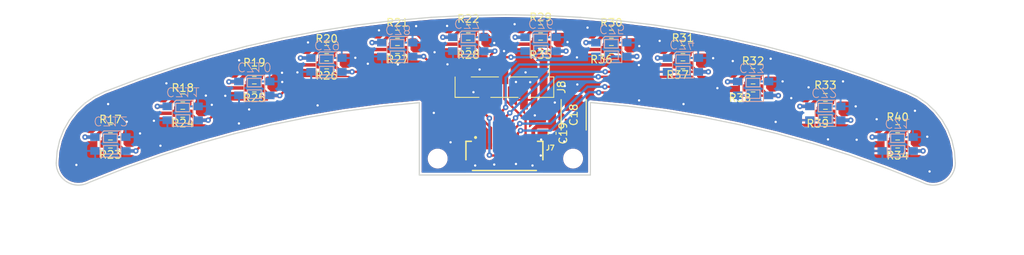
<source format=kicad_pcb>
(kicad_pcb (version 20240108) (generator "pcbnew") (generator_version "8.0")
  (layers (0 "F.Cu" signal) (31 "B.Cu" signal) (34 "B.Paste" user) (35 "F.Paste" user) (36 "B.SilkS" user "B.Silkscreen") (37 "F.SilkS" user "F.Silkscreen") (38 "B.Mask" user) (39 "F.Mask" user) (44 "Edge.Cuts" user))
  (net 0 "")
  (net 1 "GND")
  (net 2 "+3.3V")
  (net 3 "/schemat_2/SENSOR1")
  (net 4 "Net-(CZ1-PadANODA)")
  (net 5 "Net-(CZ2-PadANODA)")
  (net 6 "/schemat_2/SENSOR3")
  (net 7 "/schemat_2/SENSOR2")
  (net 8 "Net-(CZ3-PadANODA)")
  (net 9 "Net-(CZ4-PadANODA)")
  (net 10 "/schemat_2/SENSOR4")
  (net 11 "Net-(CZ5-PadANODA)")
  (net 12 "/schemat_2/SENSOR5")
  (net 13 "/schemat_2/SENSOR6")
  (net 14 "Net-(CZ6-PadANODA)")
  (net 15 "/schemat_2/SENSOR7")
  (net 16 "Net-(CZ7-PadANODA)")
  (net 17 "Net-(CZ8-PadANODA)")
  (net 18 "/schemat_2/SENSOR9")
  (net 19 "/schemat_2/SENSOR11")
  (net 20 "Net-(CZ9-PadANODA)")
  (net 21 "/schemat_2/SENSOR8")
  (net 22 "Net-(CZ10-PadANODA)")
  (net 23 "Net-(CZ11-PadANODA)")
  (net 24 "/schemat_2/SENSOR10")
  (net 25 "/schemat_2/SENSOR12")
  (net 26 "Net-(CZ12-PadANODA)")
  (net 27 "/schemat_2/I2C_SDA")
  (net 28 "/schemat_2/I2C_SCL")
  (footprint "Resistor_SMD:R_0603_1608Metric_Pad0.98x0.95mm_HandSolder" (layer "F.Cu") (at 178.8125 50.4)
    (property "Reference" "R38")
    (property "Value" "20k")
  )
  (footprint "" (layer "F.Cu") (at 137.825 59.6)
    (property "Reference" "@HOLE8" (hide yes))
    (property "Value" "")
  )
  (footprint "" (layer "F.Cu") (at 155.425 59.6)
    (property "Reference" "@HOLE9" (hide yes))
    (property "Value" "")
  )
  (footprint "Capacitor_SMD:C_0603_1608Metric_Pad1.08x0.95mm_HandSolder" (layer "F.Cu") (at 152.7 56.3 -90)
    (property "Reference" "C19")
    (property "Value" "100nF")
  )
  (footprint "Resistor_SMD:R_0603_1608Metric_Pad0.98x0.95mm_HandSolder" (layer "F.Cu") (at 114 50.4)
    (property "Reference" "R25")
    (property "Value" "20k")
  )
  (footprint "Connector_PinHeader_2.54mm:PinHeader_1x05_P2.54mm_Vertical_SMD_Pin1Left" (layer "F.Cu") (at 146.5 50.3 -90)
    (property "Reference" "J8")
    (property "Value" "ToF Sensor")
  )
  (footprint "Resistor_SMD:R_0603_1608Metric_Pad0.98x0.95mm_HandSolder" (layer "F.Cu") (at 169.7 45.4 180)
    (property "Reference" "R31")
    (property "Value" "120")
  )
  (footprint "Resistor_SMD:R_0603_1608Metric_Pad0.98x0.95mm_HandSolder" (layer "F.Cu") (at 188.2125 53.7)
    (property "Reference" "R39")
    (property "Value" "20k")
  )
  (footprint "Sensor:GCT_FFC2B28-16-G" (layer "F.Cu") (at 146.5 59.25)
    (property "Reference" "J7")
    (property "Value" "SENSOR_CONN")
  )
  (footprint "Resistor_SMD:R_0603_1608Metric_Pad0.98x0.95mm_HandSolder" (layer "F.Cu") (at 188.2125 51.65 180)
    (property "Reference" "R33")
    (property "Value" "120")
  )
  (footprint "Resistor_SMD:R_0603_1608Metric_Pad0.98x0.95mm_HandSolder" (layer "F.Cu") (at 132.6 43.4 180)
    (property "Reference" "R21")
    (property "Value" "120")
  )
  (footprint "Resistor_SMD:R_0603_1608Metric_Pad0.98x0.95mm_HandSolder" (layer "F.Cu") (at 151.2 44.7)
    (property "Reference" "R35")
    (property "Value" "20k")
  )
  (footprint "Resistor_SMD:R_0603_1608Metric_Pad0.98x0.95mm_HandSolder" (layer "F.Cu") (at 104.7 51.7 180)
    (property "Reference" "R18")
    (property "Value" "120")
  )
  (footprint "Resistor_SMD:R_0603_1608Metric_Pad0.98x0.95mm_HandSolder" (layer "F.Cu") (at 104.7 53.7)
    (property "Reference" "R24")
    (property "Value" "20k")
  )
  (footprint "Resistor_SMD:R_0603_1608Metric_Pad0.98x0.95mm_HandSolder" (layer "F.Cu") (at 114 48.4 180)
    (property "Reference" "R19")
    (property "Value" "120")
  )
  (footprint "Resistor_SMD:R_0603_1608Metric_Pad0.98x0.95mm_HandSolder" (layer "F.Cu") (at 123.4 47.4)
    (property "Reference" "R26")
    (property "Value" "20k")
  )
  (footprint "Resistor_SMD:R_0603_1608Metric_Pad0.98x0.95mm_HandSolder" (layer "F.Cu") (at 95.3 55.7 180)
    (property "Reference" "R17")
    (property "Value" "120")
  )
  (footprint "Resistor_SMD:R_0603_1608Metric_Pad0.98x0.95mm_HandSolder" (layer "F.Cu") (at 141.8125 44.7)
    (property "Reference" "R28")
    (property "Value" "20k")
  )
  (footprint "Resistor_SMD:R_0603_1608Metric_Pad0.98x0.95mm_HandSolder" (layer "F.Cu") (at 123.4 45.4 180)
    (property "Reference" "R20")
    (property "Value" "120")
  )
  (footprint "Resistor_SMD:R_0603_1608Metric_Pad0.98x0.95mm_HandSolder" (layer "F.Cu") (at 132.6 45.4)
    (property "Reference" "R27")
    (property "Value" "20k")
  )
  (footprint "Resistor_SMD:R_0603_1608Metric_Pad0.98x0.95mm_HandSolder" (layer "F.Cu") (at 160.4 43.4 180)
    (property "Reference" "R30")
    (property "Value" "120")
  )
  (footprint "Resistor_SMD:R_0603_1608Metric_Pad0.98x0.95mm_HandSolder" (layer "F.Cu") (at 95.3 57.7)
    (property "Reference" "R23")
    (property "Value" "20k")
  )
  (footprint "Resistor_SMD:R_0603_1608Metric_Pad0.98x0.95mm_HandSolder" (layer "F.Cu") (at 178.8125 48.4 180)
    (property "Reference" "R32")
    (property "Value" "120")
  )
  (footprint "Resistor_SMD:R_0603_1608Metric_Pad0.98x0.95mm_HandSolder" (layer "F.Cu") (at 197.6 55.7 180)
    (property "Reference" "R34")
    (property "Value" "120")
  )
  (footprint "Resistor_SMD:R_0603_1608Metric_Pad0.98x0.95mm_HandSolder" (layer "F.Cu") (at 160.4 45.4)
    (property "Reference" "R36")
    (property "Value" "20k")
  )
  (footprint "Resistor_SMD:R_0603_1608Metric_Pad0.98x0.95mm_HandSolder" (layer "F.Cu") (at 169.7 47.4)
    (property "Reference" "R37")
    (property "Value" "20k")
  )
  (footprint "Resistor_SMD:R_0603_1608Metric_Pad0.98x0.95mm_HandSolder" (layer "F.Cu") (at 141.8125 42.7 180)
    (property "Reference" "R22")
    (property "Value" "120")
  )
  (footprint "Capacitor_Tantalum_SMD:CAP_293D-B_VSS" (layer "F.Cu") (at 155.5 53.9 90)
    (property "Reference" "C18")
    (property "Value" "10uF")
  )
  (footprint "Resistor_SMD:R_0603_1608Metric_Pad0.98x0.95mm_HandSolder" (layer "F.Cu") (at 151.2 42.7 180)
    (property "Reference" "R29")
    (property "Value" "120")
  )
  (footprint "Resistor_SMD:R_0603_1608Metric_Pad0.98x0.95mm_HandSolder" (layer "F.Cu") (at 197.6 57.7)
    (property "Reference" "R40")
    (property "Value" "20k")
  )
  (footprint "schemat:TOP" (layer "B.Cu") (at 123.37273 47.4)
    (property "Reference" "CZ9")
    (property "Value" "KTIR0711S")
  )
  (footprint "schemat:TOP" (layer "B.Cu") (at 188.2 53.7)
    (property "Reference" "CZ2")
    (property "Value" "KTIR0711S")
  )
  (footprint "schemat:TOP" (layer "B.Cu") (at 151.2 44.7)
    (property "Reference" "CZ6")
    (property "Value" "KTIR0711S")
  )
  (footprint "schemat:TOP" (layer "B.Cu") (at 104.690914 53.7)
    (property "Reference" "CZ11")
    (property "Value" "KTIR0711S")
  )
  (footprint "schemat:TOP" (layer "B.Cu") (at 132.573638 45.4)
    (property "Reference" "CZ8")
    (property "Value" "KTIR0711S")
  )
  (footprint "schemat:TOP" (layer "B.Cu") (at 95.3 57.7)
    (property "Reference" "CZ12")
    (property "Value" "KTIR0711S")
  )
  (footprint "schemat:TOP" (layer "B.Cu") (at 197.6 57.7)
    (property "Reference" "CZ1")
    (property "Value" "KTIR0711S")
  )
  (footprint "schemat:TOP" (layer "B.Cu") (at 141.8 44.7)
    (property "Reference" "CZ7")
    (property "Value" "KTIR0711S")
  )
  (footprint "schemat:TOP" (layer "B.Cu") (at 169.7 47.4)
    (property "Reference" "CZ4")
    (property "Value" "KTIR0711S")
  )
  (footprint "schemat:TOP" (layer "B.Cu") (at 178.818178 50.46)
    (property "Reference" "CZ3")
    (property "Value" "KTIR0711S")
  )
  (footprint "schemat:TOP" (layer "B.Cu") (at 114 50.46)
    (property "Reference" "CZ10")
    (property "Value" "KTIR0711S")
  )
  (footprint "schemat:TOP" (layer "B.Cu") (at 160.4 45.4)
    (property "Reference" "CZ5")
    (property "Value" "KTIR0711S")
  )
  (gr_line (start 88.705581 57.205619) (end 88.37109 58.658382) (stroke (width 0.1524)) (layer "Edge.Cuts"))
  (gr_line (start 132.140709 41.62375) (end 127.32449 42.207932) (stroke (width 0.1524)) (layer "Edge.Cuts"))
  (gr_line (start 180.32715 44.9537) (end 175.59085 43.87351) (stroke (width 0.1524)) (layer "Edge.Cuts"))
  (gr_line (start 136.97835 41.20565) (end 132.140709 41.62375) (stroke (width 0.1524)) (layer "Edge.Cuts"))
  (gr_line (start 194.25489 49.15911) (end 189.666218 47.598932) (stroke (width 0.1524)) (layer "Edge.Cuts"))
  (gr_line (start 161.21395 41.623919) (end 156.37679 41.2058) (stroke (width 0.1524)) (layer "Edge.Cuts"))
  (gr_line (start 113.02669 44.9535) (end 108.33979 46.19396) (stroke (width 0.1524)) (layer "Edge.Cuts"))
  (gr_arc (start 92.291956 62.814497) (mid 89.5599 62.58266) (end 88.256501 60.170392) (stroke (width 0.1524)) (layer "Edge.Cuts"))
  (gr_line (start 198.80094 50.881819) (end 194.25489 49.15911) (stroke (width 0.1524)) (layer "Edge.Cuts"))
  (gr_line (start 103.6874 47.598741) (end 99.098431 49.159) (stroke (width 0.1524)) (layer "Edge.Cuts"))
  (gr_line (start 204.106918 55.83261) (end 203.374318 54.559869) (stroke (width 0.1524)) (layer "Edge.Cuts"))
  (gr_line (start 196.0016 60.79986) (end 191.359981 59.154519) (stroke (width 0.1524)) (layer "Edge.Cuts"))
  (gr_line (start 97.30474 60.817332) (end 92.75069 62.614719) (stroke (width 0.1524)) (layer "Edge.Cuts"))
  (gr_line (start 135.439981 52.320519) (end 130.5607 52.797091) (stroke (width 0.1524)) (layer "Edge.Cuts"))
  (gr_line (start 92.75069 62.614719) (end 92.291956 62.814497) (stroke (width 0.1524)) (layer "Edge.Cuts"))
  (gr_line (start 101.92344 59.177841) (end 97.30474 60.817332) (stroke (width 0.1524)) (layer "Edge.Cuts"))
  (gr_line (start 141.824809 40.954782) (end 136.97835 41.20565) (stroke (width 0.1524)) (layer "Edge.Cuts"))
  (gr_line (start 177.134609 55.207219) (end 172.31114 54.22595) (stroke (width 0.1524)) (layer "Edge.Cuts"))
  (gr_line (start 125.706881 53.44246) (end 120.87465 54.257032) (stroke (width 0.1524)) (layer "Edge.Cuts"))
  (gr_line (start 186.66649 57.67346) (end 181.922131 56.35695) (stroke (width 0.1524)) (layer "Edge.Cuts"))
  (gr_line (start 157.671518 52.301391) (end 157.671518 61.735241) (stroke (width 0.1524)) (layer "Edge.Cuts"))
  (gr_line (start 91.96459 52.397241) (end 90.88949 53.4079) (stroke (width 0.1524)) (layer "Edge.Cuts"))
  (gr_line (start 116.0766 55.238732) (end 111.313659 56.387319) (stroke (width 0.1524)) (layer "Edge.Cuts"))
  (gr_line (start 203.374318 54.559869) (end 202.463518 53.40791) (stroke (width 0.1524)) (layer "Edge.Cuts"))
  (gr_line (start 175.59085 43.87351) (end 170.828418 42.958982) (stroke (width 0.1524)) (layer "Edge.Cuts"))
  (gr_line (start 201.060887 62.814857) (end 200.579259 62.60516) (stroke (width 0.1524)) (layer "Edge.Cuts"))
  (gr_line (start 185.01394 46.19416) (end 180.32715 44.9537) (stroke (width 0.1524)) (layer "Edge.Cuts"))
  (gr_line (start 94.552068 50.881819) (end 93.190081 51.548369) (stroke (width 0.1524)) (layer "Edge.Cuts"))
  (gr_line (start 122.525818 42.958769) (end 117.76319 43.8733) (stroke (width 0.1524)) (layer "Edge.Cuts"))
  (gr_line (start 111.313659 56.387319) (end 106.5936 57.701032) (stroke (width 0.1524)) (layer "Edge.Cuts"))
  (gr_line (start 200.162931 51.548369) (end 198.80094 50.881819) (stroke (width 0.1524)) (layer "Edge.Cuts"))
  (gr_line (start 89.246081 55.83261) (end 88.705581 57.205619) (stroke (width 0.1524)) (layer "Edge.Cuts"))
  (gr_line (start 172.31114 54.22595) (end 167.45334 53.41355) (stroke (width 0.1524)) (layer "Edge.Cuts"))
  (gr_line (start 162.575159 52.772232) (end 157.671518 52.301391) (stroke (width 0.1524)) (layer "Edge.Cuts"))
  (gr_line (start 204.647418 57.205619) (end 204.106918 55.83261) (stroke (width 0.1524)) (layer "Edge.Cuts"))
  (gr_line (start 170.828418 42.958982) (end 166.029959 42.208132) (stroke (width 0.1524)) (layer "Edge.Cuts"))
  (gr_line (start 93.190081 51.548369) (end 91.96459 52.397241) (stroke (width 0.1524)) (layer "Edge.Cuts"))
  (gr_line (start 135.439981 52.320519) (end 135.439981 61.735241) (stroke (width 0.1524)) (layer "Edge.Cuts"))
  (gr_line (start 117.76319 43.8733) (end 113.02669 44.9535) (stroke (width 0.1524)) (layer "Edge.Cuts"))
  (gr_line (start 191.359981 59.154519) (end 186.66649 57.67346) (stroke (width 0.1524)) (layer "Edge.Cuts"))
  (gr_line (start 200.579259 62.60516) (end 196.0016 60.79986) (stroke (width 0.1524)) (layer "Edge.Cuts"))
  (gr_line (start 127.32449 42.207932) (end 122.525818 42.958769) (stroke (width 0.1524)) (layer "Edge.Cuts"))
  (gr_line (start 201.388418 52.397241) (end 200.162931 51.548369) (stroke (width 0.1524)) (layer "Edge.Cuts"))
  (gr_line (start 146.677818 40.871141) (end 141.824809 40.954782) (stroke (width 0.1524)) (layer "Edge.Cuts"))
  (gr_line (start 167.45334 53.41355) (end 162.575159 52.772232) (stroke (width 0.1524)) (layer "Edge.Cuts"))
  (gr_arc (start 205.0965 60.170391) (mid 203.793072 62.582805) (end 201.060887 62.814857) (stroke (width 0.1524)) (layer "Edge.Cuts"))
  (gr_line (start 157.671518 61.735241) (end 135.439981 61.735241) (stroke (width 0.1524)) (layer "Edge.Cuts"))
  (gr_line (start 151.530818 40.954869) (end 146.677818 40.871141) (stroke (width 0.1524)) (layer "Edge.Cuts"))
  (gr_line (start 166.029959 42.208132) (end 161.21395 41.623919) (stroke (width 0.1524)) (layer "Edge.Cuts"))
  (gr_line (start 88.37109 58.658382) (end 88.2565 60.170391) (stroke (width 0.1524)) (layer "Edge.Cuts"))
  (gr_line (start 120.87465 54.257032) (end 116.0766 55.238732) (stroke (width 0.1524)) (layer "Edge.Cuts"))
  (gr_line (start 205.0965 60.170391) (end 204.981909 58.658391) (stroke (width 0.1524)) (layer "Edge.Cuts"))
  (gr_line (start 202.463518 53.40791) (end 201.388418 52.397241) (stroke (width 0.1524)) (layer "Edge.Cuts"))
  (gr_line (start 156.37679 41.2058) (end 151.530818 40.954869) (stroke (width 0.1524)) (layer "Edge.Cuts"))
  (gr_line (start 99.098431 49.159) (end 94.552068 50.881819) (stroke (width 0.1524)) (layer "Edge.Cuts"))
  (gr_line (start 130.5607 52.797091) (end 125.706881 53.44246) (stroke (width 0.1524)) (layer "Edge.Cuts"))
  (gr_line (start 90.88949 53.4079) (end 89.978681 54.559869) (stroke (width 0.1524)) (layer "Edge.Cuts"))
  (gr_line (start 189.666218 47.598932) (end 185.01394 46.19416) (stroke (width 0.1524)) (layer "Edge.Cuts"))
  (gr_line (start 106.5936 57.701032) (end 101.92344 59.177841) (stroke (width 0.1524)) (layer "Edge.Cuts"))
  (gr_line (start 89.978681 54.559869) (end 89.246081 55.83261) (stroke (width 0.1524)) (layer "Edge.Cuts"))
  (gr_line (start 108.33979 46.19396) (end 103.6874 47.598741) (stroke (width 0.1524)) (layer "Edge.Cuts"))
  (gr_line (start 204.981909 58.658391) (end 204.647418 57.205619) (stroke (width 0.1524)) (layer "Edge.Cuts"))
  (gr_line (start 181.922131 56.35695) (end 177.134609 55.207219) (stroke (width 0.1524)) (layer "Edge.Cuts"))
  (segment (start 150.15 60.5) (end 151.2 60.5) (width 0.3) (layer "F.Cu") (net 1))
  (segment (start 150.15 59.45) (end 149.75 59.05) (width 0.3) (layer "F.Cu") (net 1))
  (segment (start 141.838018 60.5) (end 142.7 60.5) (width 0.3) (layer "F.Cu") (net 1))
  (segment (start 149.75 59.05) (end 149.75 58) (width 0.3) (layer "F.Cu") (net 1))
  (segment (start 150.15 60.5) (end 150.15 59.45) (width 0.3) (layer "F.Cu") (net 1))
  (segment (start 153.095476 52.345476) (end 153.05 52.3) (width 0.3) (layer "F.Cu") (net 1))
  (via (at 128.75 47.25) (size 0.7) (drill 0.3) (layers "F.Cu" "B.Cu") (net 1))
  (via (at 120.975 44.475) (size 0.7) (drill 0.3) (layers "F.Cu" "B.Cu") (net 1))
  (via (at 201.75 61.275) (size 0.7) (drill 0.3) (layers "F.Cu" "B.Cu") (net 1))
  (via (at 181.1 46.6) (size 0.7) (drill 0.3) (layers "F.Cu" "B.Cu") (net 1))
  (via (at 139.5 57.475) (size 0.7) (drill 0.3) (layers "F.Cu" "B.Cu") (net 1))
  (via (at 153.05 52.3) (size 0.7) (drill 0.3) (layers "F.Cu" "B.Cu") (net 1))
  (via (at 186.025 50.325) (size 0.7) (drill 0.3) (layers "F.Cu" "B.Cu") (net 1))
  (via (at 100.95 54.675) (size 0.7) (drill 0.3) (layers "F.Cu" "B.Cu") (net 1))
  (via (at 148 60.3) (size 0.7) (drill 0.3) (layers "F.Cu" "B.Cu") (net 1))
  (via (at 157.3 42.55) (size 0.7) (drill 0.3) (layers "F.Cu" "B.Cu") (net 1))
  (via (at 146.45 45.6) (size 0.7) (drill 0.3) (layers "F.Cu" "B.Cu") (net 1))
  (via (at 148 49.625) (size 0.7) (drill 0.3) (layers "F.Cu" "B.Cu") (net 1))
  (via (at 150.15 60.5) (size 0.7) (drill 0.3) (layers "F.Cu" "B.Cu") (net 1))
  (via (at 139.05 42.325) (size 0.7) (drill 0.3) (layers "F.Cu" "B.Cu") (net 1))
  (via (at 112 55.025) (size 0.7) (drill 0.3) (layers "F.Cu" "B.Cu") (net 1))
  (via (at 127.125 46.475) (size 0.7) (drill 0.3) (layers "F.Cu" "B.Cu") (net 1))
  (via (at 151.275 57.125) (size 0.7) (drill 0.3) (layers "F.Cu" "B.Cu") (net 1))
  (via (at 101.8 57.925) (size 0.7) (drill 0.3) (layers "F.Cu" "B.Cu") (net 1))
  (via (at 150.45 53.975) (size 0.7) (drill 0.3) (layers "F.Cu" "B.Cu") (net 1))
  (via (at 174.175 50.425) (size 0.7) (drill 0.3) (layers "F.Cu" "B.Cu") (net 1))
  (via (at 176.175 46.9) (size 0.7) (drill 0.3) (layers "F.Cu" "B.Cu") (net 1))
  (via (at 155.925 46.425) (size 0.7) (drill 0.3) (layers "F.Cu" "B.Cu") (net 1))
  (via (at 139.1 47.325) (size 0.7) (drill 0.3) (layers "F.Cu" "B.Cu") (net 1))
  (via (at 190.5 49.55) (size 0.7) (drill 0.3) (layers "F.Cu" "B.Cu") (net 1))
  (via (at 95 52.5) (size 0.7) (drill 0.3) (layers "F.Cu" "B.Cu") (net 1))
  (via (at 154.275 57.375) (size 0.7) (drill 0.3) (layers "F.Cu" "B.Cu") (net 1))
  (via (at 151.225 59.2) (size 0.7) (drill 0.3) (layers "F.Cu" "B.Cu") (net 1))
  (via (at 149.25 48.375) (size 0.7) (drill 0.3) (layers "F.Cu" "B.Cu") (net 1))
  (via (at 173.625 46.525) (size 0.7) (drill 0.3) (layers "F.Cu" "B.Cu") (net 1))
  (via (at 99.15 56.325) (size 0.7) (drill 0.3) (layers "F.Cu" "B.Cu") (net 1))
  (via (at 110.225 51.425) (size 0.7) (drill 0.3) (layers "F.Cu" "B.Cu") (net 1))
  (via (at 113.325 53.2) (size 0.7) (drill 0.3) (layers "F.Cu" "B.Cu") (net 1))
  (via (at 135.025 42.35) (size 0.7) (drill 0.3) (layers "F.Cu" "B.Cu") (net 1))
  (via (at 199.85 53.375) (size 0.7) (drill 0.3) (layers "F.Cu" "B.Cu") (net 1))
  (via (at 90.875 60.425) (size 0.7) (drill 0.3) (layers "F.Cu" "B.Cu") (net 1))
  (via (at 163.975 47.425) (size 0.7) (drill 0.3) (layers "F.Cu" "B.Cu") (net 1))
  (via (at 137.325 53.65) (size 0.7) (drill 0.3) (layers "F.Cu" "B.Cu") (net 1))
  (via (at 145.175 60.375) (size 0.7) (drill 0.3) (layers "F.Cu" "B.Cu") (net 1))
  (via (at 192.275 57.15) (size 0.7) (drill 0.3) (layers "F.Cu" "B.Cu") (net 1))
  (via (at 108.475 52.6) (size 0.7) (drill 0.3) (layers "F.Cu" "B.Cu") (net 1))
  (via (at 155.975 49.95) (size 0.7) (drill 0.3) (layers "F.Cu" "B.Cu") (net 1))
  (via (at 117.6 48.425) (size 0.7) (drill 0.3) (layers "F.Cu" "B.Cu") (net 1))
  (via (at 201.45 56.75) (size 0.7) (drill 0.3) (layers "F.Cu" "B.Cu") (net 1))
  (via (at 149.85 49.65) (size 0.7) (drill 0.3) (layers "F.Cu" "B.Cu") (net 1))
  (via (at 164.025 44.95) (size 0.7) (drill 0.3) (layers "F.Cu" "B.Cu") (net 1))
  (via (at 137.425 45.75) (size 0.7) (drill 0.3) (layers "F.Cu" "B.Cu") (net 1))
  (via (at 188.55 57.1) (size 0.7) (drill 0.3) (layers "F.Cu" "B.Cu") (net 1))
  (via (at 145.175 44.55) (size 0.7) (drill 0.3) (layers "F.Cu" "B.Cu") (net 1))
  (via (at 154.35 50.15) (size 0.7) (drill 0.3) (layers "F.Cu" "B.Cu") (net 1))
  (via (at 119.6 48.375) (size 0.7) (drill 0.3) (layers "F.Cu" "B.Cu") (net 1))
  (via (at 112.025 46.8) (size 0.7) (drill 0.3) (layers "F.Cu" "B.Cu") (net 1))
  (via (at 183.775 51.725) (size 0.7) (drill 0.3) (layers "F.Cu" "B.Cu") (net 1))
  (via (at 142.7 60.5) (size 0.7) (drill 0.3) (layers "F.Cu" "B.Cu") (net 1))
  (via (at 122.225 52.675) (size 0.7) (drill 0.3) (layers "F.Cu" "B.Cu") (net 1))
  (via (at 181.75 54.825) (size 0.7) (drill 0.3) (layers "F.Cu" "B.Cu") (net 1))
  (via (at 130.2 42.9) (size 0.7) (drill 0.3) (layers "F.Cu" "B.Cu") (net 1))
  (via (at 164 52.025) (size 0.7) (drill 0.3) (layers "F.Cu" "B.Cu") (net 1))
  (via (at 166.675 44.275) (size 0.7) (drill 0.3) (layers "F.Cu" "B.Cu") (net 1))
  (via (at 143.275 48) (size 0.7) (drill 0.3) (layers "F.Cu" "B.Cu") (net 1))
  (via (at 182.65 49.55) (size 0.7) (drill 0.3) (layers "F.Cu" "B.Cu") (net 1))
  (via (at 147.825 42.1) (size 0.7) (drill 0.3) (layers "F.Cu" "B.Cu") (net 1))
  (via (at 194.875 54.475) (size 0.7) (drill 0.3) (layers "F.Cu" "B.Cu") (net 1))
  (via (at 142.475 50.95) (size 0.7) (drill 0.3) (layers "F.Cu" "B.Cu") (net 1))
  (via (at 97.425 54.8) (size 0.7) (drill 0.3) (layers "F.Cu" "B.Cu") (net 1))
  (via (at 107.7 51.4) (size 0.7) (drill 0.3) (layers "F.Cu" "B.Cu") (net 1))
  (via (at 102.575 49.8) (size 0.7) (drill 0.3) (layers "F.Cu" "B.Cu") (net 1))
  (via (at 117.625 49.625) (size 0.7) (drill 0.3) (layers "F.Cu" "B.Cu") (net 1))
  (via (at 169.775 52.5) (size 0.7) (drill 0.3) (layers "F.Cu" "B.Cu") (net 1))
  (via (at 154.7 44.425) (size 0.7) (drill 0.3) (layers "F.Cu" "B.Cu") (net 1))
  (via (at 192.15 52.8) (size 0.7) (drill 0.3) (layers "F.Cu" "B.Cu") (net 1))
  (via (at 132.65 47.35) (size 0.7) (drill 0.3) (layers "F.Cu" "B.Cu") (net 1))
  (segment (start 96.2125 54.3875) (end 96.9 53.7) (width 0.45) (layer "F.Cu") (net 2))
  (segment (start 188.8125 52.65) (end 187.6125 52.65) (width 0.45) (layer "F.Cu") (net 2))
  (segment (start 96.9 53.7) (end 103.7875 53.7) (width 0.45) (layer "F.Cu") (net 2))
  (segment (start 104.045457 52.675) (end 103.7875 52.932957) (width 0.45) (layer "F.Cu") (net 2))
  (segment (start 163.8 43.4) (end 165 44.6) (width 0.45) (layer "F.Cu") (net 2))
  (segment (start 165.4 47.4) (end 168.7875 47.4) (width 0.45) (layer "F.Cu") (net 2))
  (segment (start 135.2 43.4) (end 136.5 44.7) (width 0.45) (layer "F.Cu") (net 2))
  (segment (start 105.6125 51.7) (end 105.6125 50.6875) (width 0.45) (layer "F.Cu") (net 2))
  (segment (start 198.5125 55.7) (end 198.5125 56.4875) (width 0.45) (layer "F.Cu") (net 2))
  (segment (start 179.725 48.4) (end 179.725 49.196589) (width 0.45) (layer "F.Cu") (net 2))
  (segment (start 133.5125 43.4) (end 133.5125 44.169319) (width 0.45) (layer "F.Cu") (net 2))
  (segment (start 116.9 47.4) (end 122.4875 47.4) (width 0.45) (layer "F.Cu") (net 2))
  (segment (start 155.8 44.95) (end 156.25 45.4) (width 0.45) (layer "F.Cu") (net 2))
  (segment (start 124.3125 45.4) (end 131.6875 45.4) (width 0.45) (layer "F.Cu") (net 2))
  (segment (start 161.3125 44.1875) (end 161.1 44.4) (width 0.45) (layer "F.Cu") (net 2))
  (segment (start 187.6125 52.65) (end 187.3 52.9625) (width 0.45) (layer "F.Cu") (net 2))
  (segment (start 197 56.7) (end 196.6875 57.0125) (width 0.45) (layer "F.Cu") (net 2))
  (segment (start 113.3 49.4) (end 113.0875 49.6125) (width 0.45) (layer "F.Cu") (net 2))
  (segment (start 151.872727 43.7) (end 150.572727 43.7) (width 0.45) (layer "F.Cu") (net 2))
  (segment (start 114.6 49.4) (end 113.3 49.4) (width 0.45) (layer "F.Cu") (net 2))
  (segment (start 150.2875 45.4875) (end 151.58 46.78) (width 1) (layer "F.Cu") (net 2))
  (segment (start 194.4625 51.65) (end 198.5125 55.7) (width 0.45) (layer "F.Cu") (net 2))
  (segment (start 136.5 44.7) (end 140.9 44.7) (width 0.45) (layer "F.Cu") (net 2))
  (segment (start 146.5 44.7) (end 150.2875 44.7) (width 0.45) (layer "F.Cu") (net 2))
  (segment (start 170.6125 46.0875) (end 170.3 46.4) (width 0.45) (layer "F.Cu") (net 2))
  (segment (start 131.881819 44.4) (end 131.6875 44.594319) (width 0.45) (layer "F.Cu") (net 2))
  (segment (start 105.445457 52.675) (end 104.045457 52.675) (width 0.45) (layer "F.Cu") (net 2))
  (segment (start 152.1125 43.460227) (end 151.872727 43.7) (width 0.45) (layer "F.Cu") (net 2))
  (segment (start 140.9 44.0125) (end 140.9 44.2) (width 0.45) (layer "F.Cu") (net 2))
  (segment (start 178.221589 49.4) (end 177.9 49.721589) (width 0.45) (layer "F.Cu") (net 2))
  (segment (start 131.6875 44.594319) (end 131.6875 45.4) (width 0.45) (layer "F.Cu") (net 2))
  (segment (start 105.9 50.4) (end 113.0875 50.4) (width 0.45) (layer "F.Cu") (net 2))
  (segment (start 198.3 56.7) (end 197 56.7) (width 0.45) (layer "F.Cu") (net 2))
  (segment (start 144.5 42.7) (end 146.5 44.7) (width 0.45) (layer "F.Cu") (net 2))
  (segment (start 165 44.6) (end 165 47) (width 0.45) (layer "F.Cu") (net 2))
  (segment (start 161.1 44.4) (end 159.8 44.4) (width 0.45) (layer "F.Cu") (net 2))
  (segment (start 170.6125 45.4) (end 170.6125 46.0875) (width 0.45) (layer "F.Cu") (net 2))
  (segment (start 154.5 42.7) (end 155.8 44) (width 0.45) (layer "F.Cu") (net 2))
  (segment (start 187.3 52.9625) (end 187.3 53.7) (width 0.45) (layer "F.Cu") (net 2))
  (segment (start 169.1 46.4) (end 168.7875 46.7125) (width 0.45) (layer "F.Cu") (net 2))
  (segment (start 176.725 45.4) (end 179.725 48.4) (width 0.45) (layer "F.Cu") (net 2))
  (segment (start 150.25 56.5) (end 150.25 55.875) (width 0.5) (layer "F.Cu") (net 2))
  (segment (start 122.736365 46.4) (end 122.4875 46.648865) (width 0.45) (layer "F.Cu") (net 2))
  (segment (start 124.136365 46.4) (end 122.736365 46.4) (width 0.45) (layer "F.Cu") (net 2))
  (segment (start 105.6125 51.7) (end 105.6125 52.507957) (width 0.45) (layer "F.Cu") (net 2))
  (segment (start 170.3 46.4) (end 169.1 46.4) (width 0.45) (layer "F.Cu") (net 2))
  (segment (start 96.2125 55.7) (end 96.2125 56.3875) (width 0.45) (layer "F.Cu") (net 2))
  (segment (start 140.9 44.2) (end 140.9 44.7) (width 0.45) (layer "F.Cu") (net 2))
  (segment (start 155.8 44) (end 155.8 44.95) (width 0.45) (layer "F.Cu") (net 2))
  (segment (start 114.9125 48.4) (end 115.9 48.4) (width 0.45) (layer "F.Cu") (net 2))
  (segment (start 103.7875 52.932957) (end 103.7875 53.7) (width 0.45) (layer "F.Cu") (net 2))
  (segment (start 113.0875 49.6125) (end 113.0875 50.4) (width 0.45) (layer "F.Cu") (net 2))
  (segment (start 179.521589 49.4) (end 178.221589 49.4) (width 0.45) (layer "F.Cu") (net 2))
  (segment (start 159.8 44.4) (end 159.4875 44.7125) (width 0.45) (layer "F.Cu") (net 2))
  (segment (start 189.125 51.65) (end 194.4625 51.65) (width 0.45) (layer "F.Cu") (net 2))
  (segment (start 114.9125 49.0875) (end 114.6 49.4) (width 0.45) (layer "F.Cu") (net 2))
  (segment (start 161.3125 43.4) (end 163.8 43.4) (width 0.45) (layer "F.Cu") (net 2))
  (segment (start 177.9 49.721589) (end 177.9 50.4) (width 0.45) (layer "F.Cu") (net 2))
  (segment (start 152.7 55.4375) (end 155.482976 55.4375) (width 1) (layer "F.Cu") (net 2))
  (segment (start 150.7125 55.4375) (end 152.7 55.4375) (width 0.5) (layer "F.Cu") (net 2))
  (segment (start 161.3125 43.4) (end 161.3125 44.1875) (width 0.45) (layer "F.Cu") (net 2))
  (segment (start 96.2125 55.7) (end 96.2125 54.3875) (width 0.45) (layer "F.Cu") (net 2))
  (segment (start 94.7 56.6) (end 94.3875 56.9125) (width 0.45) (layer "F.Cu") (net 2))
  (segment (start 156.25 45.4) (end 159.4875 45.4) (width 0.45) (layer "F.Cu") (net 2))
  (segment (start 150.25 55.875) (end 150.7 55.425) (width 0.5) (layer "F.Cu") (net 2))
  (segment (start 142.725 43.4875) (end 142.5125 43.7) (width 0.45) (layer "F.Cu") (net 2))
  (segment (start 105.6125 50.6875) (end 105.9 50.4) (width 0.45) (layer "F.Cu") (net 2))
  (segment (start 189.125 52.3375) (end 188.8125 52.65) (width 0.45) (layer "F.Cu") (net 2))
  (segment (start 152.1125 42.7) (end 152.1125 43.460227) (width 0.45) (layer "F.Cu") (net 2))
  (segment (start 124.3125 46.223865) (end 124.136365 46.4) (width 0.45) (layer "F.Cu") (net 2))
  (segment (start 114.9125 48.4) (end 114.9125 49.0875) (width 0.45) (layer "F.Cu") (net 2))
  (segment (start 96.2125 56.3875) (end 96 56.6) (width 0.45) (layer "F.Cu") (net 2))
  (segment (start 151.58 46.78) (end 151.58 48.645) (width 1) (layer "F.Cu") (net 2))
  (segment (start 133.5125 44.169319) (end 133.281819 44.4) (width 0.45) (layer "F.Cu") (net 2))
  (segment (start 152.1125 42.7) (end 154.5 42.7) (width 0.45) (layer "F.Cu") (net 2))
  (segment (start 151.58 52.83) (end 152.7 53.95) (width 1) (layer "F.Cu") (net 2))
  (segment (start 141.2125 43.7) (end 140.9 44.0125) (width 0.45) (layer "F.Cu") (net 2))
  (segment (start 150.7 55.425) (end 150.7125 55.4375) (width 0.5) (layer "F.Cu") (net 2))
  (segment (start 122.4875 46.648865) (end 122.4875 47.4) (width 0.45) (layer "F.Cu") (net 2))
  (segment (start 142.725 42.7) (end 144.5 42.7) (width 0.45) (layer "F.Cu") (net 2))
  (segment (start 179.725 48.4) (end 185.875 48.4) (width 0.45) (layer "F.Cu") (net 2))
  (segment (start 185.875 48.4) (end 189.125 51.65) (width 0.45) (layer "F.Cu") (net 2))
  (segment (start 168.7875 46.7125) (end 168.7875 47.4) (width 0.45) (layer "F.Cu") (net 2))
  (segment (start 151.58 48.645) (end 151.58 52.83) (width 1) (layer "F.Cu") (net 2))
  (segment (start 133.281819 44.4) (end 131.881819 44.4) (width 0.45) (layer "F.Cu") (net 2))
  (segment (start 179.725 49.196589) (end 179.521589 49.4) (width 0.45) (layer "F.Cu") (net 2))
  (segment (start 133.5125 43.4) (end 135.2 43.4) (width 0.45) (layer "F.Cu") (net 2))
  (segment (start 142.5125 43.7) (end 141.2125 43.7) (width 0.45) (layer "F.Cu") (net 2))
  (segment (start 170.6125 45.4) (end 176.725 45.4) (width 0.45) (layer "F.Cu") (net 2))
  (segment (start 155.482976 55.4375) (end 155.5 55.454524) (width 1) (layer "F.Cu") (net 2))
  (segment (start 159.4875 44.7125) (end 159.4875 45.4) (width 0.45) (layer "F.Cu") (net 2))
  (segment (start 189.125 51.65) (end 189.125 52.3375) (width 0.45) (layer "F.Cu") (net 2))
  (segment (start 150.2875 43.985227) (end 150.2875 44.7) (width 0.45) (layer "F.Cu") (net 2))
  (segment (start 150.25 58) (end 150.25 56.5) (width 0.3) (layer "F.Cu") (net 2))
  (segment (start 196.6875 57.0125) (end 196.6875 57.7) (width 0.45) (layer "F.Cu") (net 2))
  (segment (start 150.2875 44.7) (end 150.2875 45.4875) (width 1) (layer "F.Cu") (net 2))
  (segment (start 94.3875 56.9125) (end 94.3875 57.7) (width 0.45) (layer "F.Cu") (net 2))
  (segment (start 115.9 48.4) (end 116.9 47.4) (width 0.45) (layer "F.Cu") (net 2))
  (segment (start 165 47) (end 165.4 47.4) (width 0.45) (layer "F.Cu") (net 2))
  (segment (start 150.572727 43.7) (end 150.2875 43.985227) (width 0.45) (layer "F.Cu") (net 2))
  (segment (start 142.725 42.7) (end 142.725 43.4875) (width 0.45) (layer "F.Cu") (net 2))
  (segment (start 96 56.6) (end 94.7 56.6) (width 0.45) (layer "F.Cu") (net 2))
  (segment (start 152.7 53.95) (end 152.7 55.4375) (width 1) (layer "F.Cu") (net 2))
  (segment (start 105.6125 52.507957) (end 105.445457 52.675) (width 0.45) (layer "F.Cu") (net 2))
  (segment (start 198.5125 56.4875) (end 198.3 56.7) (width 0.45) (layer "F.Cu") (net 2))
  (segment (start 124.3125 45.4) (end 124.3125 46.223865) (width 0.45) (layer "F.Cu") (net 2))
  (segment (start 108.1 56.5) (end 100.7 56.5) (width 0.3) (layer "F.Cu") (net 3))
  (segment (start 137.3 51.4) (end 121 51.4) (width 0.3) (layer "F.Cu") (net 3))
  (segment (start 142.75 58) (end 142.75 56.85) (width 0.3) (layer "F.Cu") (net 3))
  (segment (start 98.6 58.6) (end 97.1125 58.6) (width 0.45) (layer "F.Cu") (net 3))
  (segment (start 100.7 56.5) (end 98.6 58.6) (width 0.3) (layer "F.Cu") (net 3))
  (segment (start 121 51.4) (end 118.5 53.9) (width 0.3) (layer "F.Cu") (net 3))
  (segment (start 97.1125 58.6) (end 96.2125 57.7) (width 0.45) (layer "F.Cu") (net 3))
  (segment (start 110.7 53.9) (end 108.1 56.5) (width 0.3) (layer "F.Cu") (net 3))
  (segment (start 142.75 56.85) (end 137.3 51.4) (width 0.3) (layer "F.Cu") (net 3))
  (segment (start 118.5 53.9) (end 110.7 53.9) (width 0.3) (layer "F.Cu") (net 3))
  (via (at 98.6 58.6) (size 0.7) (drill 0.3) (layers "F.Cu" "B.Cu") (net 3))
  (segment (start 98.59 58.61) (end 98.6 58.6) (width 0.45) (layer "B.Cu") (net 3))
  (segment (start 97.285 58.61) (end 98.59 58.61) (width 0.45) (layer "B.Cu") (net 3))
  (segment (start 194.3 56.8) (end 195.5875 56.8) (width 0.45) (layer "F.Cu") (net 4))
  (segment (start 195.5875 56.8) (end 196.6875 55.7) (width 0.45) (layer "F.Cu") (net 4))
  (via (at 194.3 56.8) (size 0.7) (drill 0.3) (layers "F.Cu" "B.Cu") (net 4))
  (segment (start 195.615 56.8) (end 194.3 56.8) (width 0.45) (layer "B.Cu") (net 4))
  (segment (start 186.15 52.8) (end 187.3 51.65) (width 0.45) (layer "F.Cu") (net 5))
  (segment (start 184.9 52.8) (end 186.15 52.8) (width 0.45) (layer "F.Cu") (net 5))
  (via (at 184.9 52.8) (size 0.7) (drill 0.3) (layers "F.Cu" "B.Cu") (net 5))
  (segment (start 186.215 52.8) (end 184.9 52.8) (width 0.45) (layer "B.Cu") (net 5))
  (segment (start 117.3 51.4) (end 115.9125 51.4) (width 0.45) (layer "F.Cu") (net 6))
  (segment (start 137.1 49.45) (end 119.25 49.45) (width 0.3) (layer "F.Cu") (net 6))
  (segment (start 143.75 58) (end 143.75 56.1) (width 0.3) (layer "F.Cu") (net 6))
  (segment (start 119.25 49.45) (end 117.3 51.4) (width 0.3) (layer "F.Cu") (net 6))
  (segment (start 143.75 56.1) (end 137.1 49.45) (width 0.3) (layer "F.Cu") (net 6))
  (segment (start 115.9125 51.4) (end 114.9125 50.4) (width 0.45) (layer "F.Cu") (net 6))
  (via (at 117.3 51.4) (size 0.7) (drill 0.3) (layers "F.Cu" "B.Cu") (net 6))
  (segment (start 117.27 51.37) (end 117.3 51.4) (width 0.45) (layer "B.Cu") (net 6))
  (segment (start 115.995 51.36) (end 115.985 51.37) (width 0.45) (layer "B.Cu") (net 6))
  (segment (start 115.985 51.37) (end 117.27 51.37) (width 0.45) (layer "B.Cu") (net 6))
  (segment (start 143.25 58) (end 143.25 56.45) (width 0.3) (layer "F.Cu") (net 7))
  (segment (start 108 54.6) (end 106.5125 54.6) (width 0.45) (layer "F.Cu") (net 7))
  (segment (start 110.1 52.5) (end 108 54.6) (width 0.3) (layer "F.Cu") (net 7))
  (segment (start 143.25 56.45) (end 137 50.2) (width 0.3) (layer "F.Cu") (net 7))
  (segment (start 117.7 52.5) (end 110.1 52.5) (width 0.3) (layer "F.Cu") (net 7))
  (segment (start 120 50.2) (end 117.7 52.5) (width 0.3) (layer "F.Cu") (net 7))
  (segment (start 137 50.2) (end 120 50.2) (width 0.3) (layer "F.Cu") (net 7))
  (segment (start 106.5125 54.6) (end 105.6125 53.7) (width 0.45) (layer "F.Cu") (net 7))
  (via (at 108 54.6) (size 0.7) (drill 0.3) (layers "F.Cu" "B.Cu") (net 7))
  (segment (start 106.675914 54.61) (end 107.99 54.61) (width 0.45) (layer "B.Cu") (net 7))
  (segment (start 107.99 54.61) (end 108 54.6) (width 0.45) (layer "B.Cu") (net 7))
  (segment (start 175.5 49.6) (end 176.7 49.6) (width 0.45) (layer "F.Cu") (net 8))
  (segment (start 176.7 49.6) (end 177.9 48.4) (width 0.45) (layer "F.Cu") (net 8))
  (via (at 175.5 49.6) (size 0.7) (drill 0.3) (layers "F.Cu" "B.Cu") (net 8))
  (segment (start 175.54 49.56) (end 175.5 49.6) (width 0.45) (layer "B.Cu") (net 8))
  (segment (start 176.833178 49.56) (end 175.54 49.56) (width 0.45) (layer "B.Cu") (net 8))
  (segment (start 166.4 46.5) (end 167.6875 46.5) (width 0.45) (layer "F.Cu") (net 9))
  (segment (start 167.6875 46.5) (end 168.7875 45.4) (width 0.45) (layer "F.Cu") (net 9))
  (via (at 166.4 46.5) (size 0.7) (drill 0.3) (layers "F.Cu" "B.Cu") (net 9))
  (segment (start 167.715 46.5) (end 166.4 46.5) (width 0.45) (layer "B.Cu") (net 9))
  (segment (start 126.7 48.3) (end 125.2125 48.3) (width 0.45) (layer "F.Cu") (net 10))
  (segment (start 144.25 55.85) (end 136.7 48.3) (width 0.3) (layer "F.Cu") (net 10))
  (segment (start 136.7 48.3) (end 126.7 48.3) (width 0.3) (layer "F.Cu") (net 10))
  (segment (start 144.25 58) (end 144.25 55.85) (width 0.3) (layer "F.Cu") (net 10))
  (segment (start 125.2125 48.3) (end 124.3125 47.4) (width 0.45) (layer "F.Cu") (net 10))
  (via (at 126.7 48.3) (size 0.7) (drill 0.3) (layers "F.Cu" "B.Cu") (net 10))
  (segment (start 125.35773 48.31) (end 126.69 48.31) (width 0.45) (layer "B.Cu") (net 10))
  (segment (start 126.69 48.31) (end 126.7 48.3) (width 0.45) (layer "B.Cu") (net 10))
  (segment (start 158.3875 44.5) (end 159.4875 43.4) (width 0.45) (layer "F.Cu") (net 11))
  (segment (start 157.1 44.5) (end 158.3875 44.5) (width 0.45) (layer "F.Cu") (net 11))
  (via (at 157.1 44.5) (size 0.7) (drill 0.3) (layers "F.Cu" "B.Cu") (net 11))
  (segment (start 158.415 44.5) (end 157.1 44.5) (width 0.45) (layer "B.Cu") (net 11))
  (segment (start 142.825 53.125) (end 142.825 53.675) (width 0.3) (layer "F.Cu") (net 12))
  (segment (start 136 46.3) (end 134.4125 46.3) (width 0.45) (layer "F.Cu") (net 12))
  (segment (start 136 46.3) (end 142.825 53.125) (width 0.3) (layer "F.Cu") (net 12))
  (segment (start 144.75 55.6) (end 144.75 58) (width 0.3) (layer "F.Cu") (net 12))
  (segment (start 142.825 53.675) (end 144.75 55.6) (width 0.3) (layer "F.Cu") (net 12))
  (segment (start 134.4125 46.3) (end 133.5125 45.4) (width 0.45) (layer "F.Cu") (net 12))
  (via (at 136 46.3) (size 0.7) (drill 0.3) (layers "F.Cu" "B.Cu") (net 12))
  (segment (start 134.558638 46.31) (end 135.99 46.31) (width 0.45) (layer "B.Cu") (net 12))
  (segment (start 135.99 46.31) (end 136 46.3) (width 0.45) (layer "B.Cu") (net 12))
  (segment (start 143.625 45.6) (end 142.725 44.7) (width 0.45) (layer "F.Cu") (net 13))
  (segment (start 144.75 50.25) (end 144.75 46.1) (width 0.3) (layer "F.Cu") (net 13))
  (segment (start 145.25 45.6) (end 143.625 45.6) (width 0.45) (layer "F.Cu") (net 13))
  (segment (start 144.75 46.1) (end 145.25 45.6) (width 0.3) (layer "F.Cu") (net 13))
  (segment (start 145.25 58) (end 145.25 50.75) (width 0.3) (layer "F.Cu") (net 13))
  (segment (start 145.25 50.75) (end 144.75 50.25) (width 0.3) (layer "F.Cu") (net 13))
  (via (at 145.25 45.6) (size 0.7) (drill 0.3) (layers "F.Cu" "B.Cu") (net 13))
  (segment (start 145.25 45.6) (end 145.24 45.61) (width 0.45) (layer "B.Cu") (net 13))
  (segment (start 145.24 45.61) (end 143.785 45.61) (width 0.45) (layer "B.Cu") (net 13))
  (segment (start 147.9 43.8) (end 149.1875 43.8) (width 0.45) (layer "F.Cu") (net 14))
  (segment (start 149.1875 43.8) (end 150.2875 42.7) (width 0.45) (layer "F.Cu") (net 14))
  (via (at 147.9 43.8) (size 0.7) (drill 0.3) (layers "F.Cu" "B.Cu") (net 14))
  (segment (start 149.215 43.8) (end 147.9 43.8) (width 0.45) (layer "B.Cu") (net 14))
  (segment (start 145.35 49.9) (end 145.35 47.2) (width 0.3) (layer "F.Cu") (net 15))
  (segment (start 145.35 47.2) (end 146.15 46.4) (width 0.3) (layer "F.Cu") (net 15))
  (segment (start 146.15 46.4) (end 147.35 46.4) (width 0.3) (layer "F.Cu") (net 15))
  (segment (start 154.5 45.6) (end 153.0125 45.6) (width 0.45) (layer "F.Cu") (net 15))
  (segment (start 145.75 50.3) (end 145.35 49.9) (width 0.3) (layer "F.Cu") (net 15))
  (segment (start 145.75 58) (end 145.75 50.3) (width 0.3) (layer "F.Cu") (net 15))
  (segment (start 153.0125 45.6) (end 152.1125 44.7) (width 0.45) (layer "F.Cu") (net 15))
  (via (at 154.5 45.6) (size 0.7) (drill 0.3) (layers "F.Cu" "B.Cu") (net 15))
  (via (at 147.35 46.4) (size 0.7) (drill 0.3) (layers "F.Cu" "B.Cu") (net 15))
  (segment (start 153.257658 45.582796) (end 153.230454 45.61) (width 0.45) (layer "B.Cu") (net 15))
  (segment (start 153.185 45.61) (end 154.49 45.61) (width 0.45) (layer "B.Cu") (net 15))
  (segment (start 147.3524 46.4024) (end 147.35 46.4) (width 0.3) (layer "B.Cu") (net 15))
  (segment (start 151.14 45.61) (end 150.3476 46.4024) (width 0.3) (layer "B.Cu") (net 15))
  (segment (start 154.49 45.61) (end 154.5 45.6) (width 0.45) (layer "B.Cu") (net 15))
  (segment (start 150.3476 46.4024) (end 147.3524 46.4024) (width 0.3) (layer "B.Cu") (net 15))
  (segment (start 153.185 45.61) (end 151.14 45.61) (width 0.3) (layer "B.Cu") (net 15))
  (segment (start 139.8 43.8) (end 140.9 42.7) (width 0.45) (layer "F.Cu") (net 16))
  (segment (start 138.5 43.8) (end 139.8 43.8) (width 0.45) (layer "F.Cu") (net 16))
  (via (at 138.5 43.8) (size 0.7) (drill 0.3) (layers "F.Cu" "B.Cu") (net 16))
  (segment (start 139.815 43.8) (end 138.5 43.8) (width 0.45) (layer "B.Cu") (net 16))
  (segment (start 129.3 44.5) (end 130.5875 44.5) (width 0.45) (layer "F.Cu") (net 17))
  (segment (start 130.5875 44.5) (end 131.6875 43.4) (width 0.45) (layer "F.Cu") (net 17))
  (via (at 129.3 44.5) (size 0.7) (drill 0.3) (layers "F.Cu" "B.Cu") (net 17))
  (segment (start 130.588638 44.5) (end 129.3 44.5) (width 0.45) (layer "B.Cu") (net 17))
  (segment (start 159.6 48.3) (end 171.5125 48.3) (width 0.3) (layer "F.Cu") (net 18))
  (segment (start 146.75 54.1) (end 147.2 53.65) (width 0.3) (layer "F.Cu") (net 18))
  (segment (start 146.75 58) (end 146.75 54.1) (width 0.3) (layer "F.Cu") (net 18))
  (segment (start 171.5125 48.3) (end 170.6125 47.4) (width 0.45) (layer "F.Cu") (net 18))
  (segment (start 173 48.3) (end 171.5125 48.3) (width 0.45) (layer "F.Cu") (net 18))
  (segment (start 170.6125 47.4) (end 170.6 47.4) (width 0.3) (layer "F.Cu") (net 18))
  (via (at 147.2 53.65) (size 0.7) (drill 0.3) (layers "F.Cu" "B.Cu") (net 18))
  (via (at 173 48.3) (size 0.7) (drill 0.3) (layers "F.Cu" "B.Cu") (net 18))
  (via (at 159.6 48.3) (size 0.7) (drill 0.3) (layers "F.Cu" "B.Cu") (net 18))
  (segment (start 147.2 53.65) (end 152.55 48.3) (width 0.3) (layer "B.Cu") (net 18))
  (segment (start 171.685 48.31) (end 172.99 48.31) (width 0.45) (layer "B.Cu") (net 18))
  (segment (start 158.65 48.3) (end 159.6 48.3) (width 0.3) (layer "B.Cu") (net 18))
  (segment (start 172.99 48.31) (end 173 48.3) (width 0.45) (layer "B.Cu") (net 18))
  (segment (start 152.55 48.3) (end 158.65 48.3) (width 0.3) (layer "B.Cu") (net 18))
  (segment (start 182.85 52.5) (end 184.625 54.275) (width 0.3) (layer "F.Cu") (net 19))
  (segment (start 190.025 54.6) (end 184.95 54.6) (width 0.3) (layer "F.Cu") (net 19))
  (segment (start 191.5 54.6) (end 190.025 54.6) (width 0.45) (layer "F.Cu") (net 19))
  (segment (start 170.75 50.25) (end 172.6 52.1) (width 0.3) (layer "F.Cu") (net 19))
  (segment (start 147.75 58) (end 147.75 55.8) (width 0.3) (layer "F.Cu") (net 19))
  (segment (start 189.8625 54.4375) (end 189.125 53.7) (width 0.45) (layer "F.Cu") (net 19))
  (segment (start 181.9 52.5) (end 182.85 52.5) (width 0.3) (layer "F.Cu") (net 19))
  (segment (start 147.75 55.8) (end 148.5 55.05) (width 0.3) (layer "F.Cu") (net 19))
  (segment (start 173 52.5) (end 181.9 52.5) (width 0.3) (layer "F.Cu") (net 19))
  (segment (start 159.55 50.25) (end 170.75 50.25) (width 0.3) (layer "F.Cu") (net 19))
  (segment (start 172.6 52.1) (end 173 52.5) (width 0.3) (layer "F.Cu") (net 19))
  (segment (start 190.025 54.6) (end 189.8625 54.4375) (width 0.45) (layer "F.Cu") (net 19))
  (segment (start 184.95 54.6) (end 184.625 54.275) (width 0.3) (layer "F.Cu") (net 19))
  (via (at 191.5 54.6) (size 0.7) (drill 0.3) (layers "F.Cu" "B.Cu") (net 19))
  (via (at 159.55 50.25) (size 0.7) (drill 0.3) (layers "F.Cu" "B.Cu") (net 19))
  (via (at 148.5 55.05) (size 0.7) (drill 0.3) (layers "F.Cu" "B.Cu") (net 19))
  (segment (start 190.185 54.61) (end 191.49 54.61) (width 0.45) (layer "B.Cu") (net 19))
  (segment (start 191.49 54.61) (end 191.5 54.6) (width 0.45) (layer "B.Cu") (net 19))
  (segment (start 152.5 55.05) (end 157.3 50.25) (width 0.3) (layer "B.Cu") (net 19))
  (segment (start 157.3 50.25) (end 159.55 50.25) (width 0.3) (layer "B.Cu") (net 19))
  (segment (start 148.5 55.05) (end 152.5 55.05) (width 0.3) (layer "B.Cu") (net 19))
  (segment (start 148.5 55.05) (end 148.5 55) (width 0.3) (layer "B.Cu") (net 19))
  (segment (start 121.3875 46.5) (end 122.4875 45.4) (width 0.45) (layer "F.Cu") (net 20))
  (segment (start 120 46.5) (end 121.3875 46.5) (width 0.45) (layer "F.Cu") (net 20))
  (via (at 120 46.5) (size 0.7) (drill 0.3) (layers "F.Cu" "B.Cu") (net 20))
  (segment (start 121.38773 46.5) (end 120 46.5) (width 0.45) (layer "B.Cu") (net 20))
  (segment (start 146.663683 52.936317) (end 146.25 53.35) (width 0.3) (layer "F.Cu") (net 21))
  (segment (start 163.7 46.3) (end 162.2125 46.3) (width 0.45) (layer "F.Cu") (net 21))
  (segment (start 162.2125 46.3) (end 161.3125 45.4) (width 0.45) (layer "F.Cu") (net 21))
  (segment (start 146.25 53.35) (end 146.25 58) (width 0.3) (layer "F.Cu") (net 21))
  (via (at 146.663683 52.936317) (size 0.7) (drill 0.3) (layers "F.Cu" "B.Cu") (net 21))
  (via (at 163.7 46.3) (size 0.7) (drill 0.3) (layers "F.Cu" "B.Cu") (net 21))
  (segment (start 148.4 47.35) (end 159.4 47.35) (width 0.3) (layer "B.Cu") (net 21))
  (segment (start 160.44 46.31) (end 162.385 46.31) (width 0.3) (layer "B.Cu") (net 21))
  (segment (start 162.385 46.31) (end 163.69 46.31) (width 0.45) (layer "B.Cu") (net 21))
  (segment (start 146.663683 49.086317) (end 148.4 47.35) (width 0.3) (layer "B.Cu") (net 21))
  (segment (start 163.69 46.31) (end 163.7 46.3) (width 0.45) (layer "B.Cu") (net 21))
  (segment (start 146.663683 52.936317) (end 146.663683 49.086317) (width 0.3) (layer "B.Cu") (net 21))
  (segment (start 159.4 47.35) (end 160.44 46.31) (width 0.3) (layer "B.Cu") (net 21))
  (segment (start 111.8875 49.6) (end 113.0875 48.4) (width 0.45) (layer "F.Cu") (net 22))
  (segment (start 110.7 49.6) (end 111.8875 49.6) (width 0.45) (layer "F.Cu") (net 22))
  (via (at 110.7 49.6) (size 0.7) (drill 0.3) (layers "F.Cu" "B.Cu") (net 22))
  (segment (start 110.74 49.56) (end 110.7 49.6) (width 0.45) (layer "B.Cu") (net 22))
  (segment (start 112.015 49.56) (end 110.74 49.56) (width 0.45) (layer "B.Cu") (net 22))
  (segment (start 102.6875 52.8) (end 103.7875 51.7) (width 0.45) (layer "F.Cu") (net 23))
  (segment (start 101.4 52.8) (end 102.6875 52.8) (width 0.45) (layer "F.Cu") (net 23))
  (via (at 101.4 52.8) (size 0.7) (drill 0.3) (layers "F.Cu" "B.Cu") (net 23))
  (segment (start 102.705914 52.8) (end 101.4 52.8) (width 0.45) (layer "B.Cu") (net 23))
  (segment (start 158.700037 48.9524) (end 170.9024 48.9524) (width 0.3) (layer "F.Cu") (net 24))
  (segment (start 180.725 51.4) (end 179.725 50.4) (width 0.45) (layer "F.Cu") (net 24))
  (segment (start 147.25 55) (end 147.95 54.3) (width 0.3) (layer "F.Cu") (net 24))
  (segment (start 182.1 51.4) (end 180.725 51.4) (width 0.45) (layer "F.Cu") (net 24))
  (segment (start 147.25 58) (end 147.25 55) (width 0.3) (layer "F.Cu") (net 24))
  (segment (start 173.35 51.4) (end 180.725 51.4) (width 0.3) (layer "F.Cu") (net 24))
  (segment (start 170.9024 48.9524) (end 173.35 51.4) (width 0.3) (layer "F.Cu") (net 24))
  (via (at 147.95 54.3) (size 0.7) (drill 0.3) (layers "F.Cu" "B.Cu") (net 24))
  (via (at 158.700037 48.9524) (size 0.7) (drill 0.3) (layers "F.Cu" "B.Cu") (net 24))
  (via (at 182.1 51.4) (size 0.7) (drill 0.3) (layers "F.Cu" "B.Cu") (net 24))
  (segment (start 147.95 54.3) (end 153.2976 48.9524) (width 0.3) (layer "B.Cu") (net 24))
  (segment (start 180.803178 51.37) (end 182.07 51.37) (width 0.45) (layer "B.Cu") (net 24))
  (segment (start 182.07 51.37) (end 182.1 51.4) (width 0.45) (layer "B.Cu") (net 24))
  (segment (start 153.2976 48.9524) (end 158.700037 48.9524) (width 0.3) (layer "B.Cu") (net 24))
  (segment (start 182.75 53.4) (end 185.25 55.9) (width 0.3) (layer "F.Cu") (net 25))
  (segment (start 199.4125 58.6) (end 198.5125 57.7) (width 0.45) (layer "F.Cu") (net 25))
  (segment (start 172.6 53.4) (end 182.75 53.4) (width 0.3) (layer "F.Cu") (net 25))
  (segment (start 188.988844 55.9) (end 191.688844 58.6) (width 0.3) (layer "F.Cu") (net 25))
  (segment (start 200.9 58.6) (end 199.4125 58.6) (width 0.45) (layer "F.Cu") (net 25))
  (segment (start 191.688844 58.6) (end 199.4125 58.6) (width 0.3) (layer "F.Cu") (net 25))
  (segment (start 185.25 55.9) (end 188.988844 55.9) (width 0.3) (layer "F.Cu") (net 25))
  (segment (start 148.25 56.2976) (end 148.25 58) (width 0.3) (layer "F.Cu") (net 25))
  (segment (start 148.5976 55.95) (end 148.25 56.2976) (width 0.3) (layer "F.Cu") (net 25))
  (segment (start 170.2 51) (end 172.6 53.4) (width 0.3) (layer "F.Cu") (net 25))
  (segment (start 158.75 51) (end 170.2 51) (width 0.3) (layer "F.Cu") (net 25))
  (via (at 158.75 51) (size 0.7) (drill 0.3) (layers "F.Cu" "B.Cu") (net 25))
  (via (at 148.5976 55.95) (size 0.7) (drill 0.3) (layers "F.Cu" "B.Cu") (net 25))
  (via (at 200.9 58.6) (size 0.7) (drill 0.3) (layers "F.Cu" "B.Cu") (net 25))
  (segment (start 158.7 50.95) (end 158.75 51) (width 0.3) (layer "B.Cu") (net 25))
  (segment (start 200.89 58.61) (end 200.9 58.6) (width 0.45) (layer "B.Cu") (net 25))
  (segment (start 157.5 50.95) (end 158.7 50.95) (width 0.3) (layer "B.Cu") (net 25))
  (segment (start 152.5 55.95) (end 157.5 50.95) (width 0.3) (layer "B.Cu") (net 25))
  (segment (start 148.5976 55.95) (end 152.5 55.95) (width 0.3) (layer "B.Cu") (net 25))
  (segment (start 199.585 58.61) (end 200.89 58.61) (width 0.45) (layer "B.Cu") (net 25))
  (segment (start 92 56.8) (end 93.2875 56.8) (width 0.45) (layer "F.Cu") (net 26))
  (segment (start 93.2875 56.8) (end 94.3875 55.7) (width 0.45) (layer "F.Cu") (net 26))
  (via (at 92 56.8) (size 0.7) (drill 0.3) (layers "F.Cu" "B.Cu") (net 26))
  (segment (start 93.315 56.8) (end 92 56.8) (width 0.45) (layer "B.Cu") (net 26))
  (segment (start 148.9 59.2) (end 144.6 59.2) (width 0.3) (layer "F.Cu") (net 27))
  (segment (start 149.25 58.85) (end 148.9 59.2) (width 0.3) (layer "F.Cu") (net 27))
  (segment (start 143.96 51.955) (end 143.96 53.76) (width 0.3) (layer "F.Cu") (net 27))
  (segment (start 149.25 58) (end 149.25 58.85) (width 0.3) (layer "F.Cu") (net 27))
  (segment (start 144.6 59.2) (end 144.55 59.15) (width 0.3) (layer "F.Cu") (net 27))
  (segment (start 143.96 53.76) (end 144.55 54.35) (width 0.3) (layer "F.Cu") (net 27))
  (via (at 144.55 59.15) (size 0.7) (drill 0.3) (layers "F.Cu" "B.Cu") (net 27))
  (via (at 144.55 54.35) (size 0.7) (drill 0.3) (layers "F.Cu" "B.Cu") (net 27))
  (segment (start 144.55 59.15) (end 144.55 54.35) (width 0.3) (layer "B.Cu") (net 27))
  (segment (start 149.25 56.422633) (end 149.25 54.6) (width 0.3) (layer "F.Cu") (net 28))
  (segment (start 148.75 56.922633) (end 149.25 56.422633) (width 0.3) (layer "F.Cu") (net 28))
  (segment (start 148.75 58) (end 148.75 56.922633) (width 0.3) (layer "F.Cu") (net 28))
  (segment (start 149.25 54.6) (end 146.5 51.85) (width 0.3) (layer "F.Cu") (net 28))
  (segment (start 146.5 51.85) (end 146.5 48.645) (width 0.3) (layer "F.Cu") (net 28))
  (zone (net 1) (net_name "GND") (layers "F&B.Cu") (priority 1) (connect_pads (clearance 0.3)) (min_thickness 0.15) (fill yes (thermal_gap 0.4) (thermal_bridge_width 0.25))
    (polygon (pts (xy 80.95 39.375) (xy 212.725 38.95) (xy 214.025 71.95) (xy 82.25 72.15)))
  )
)
</source>
